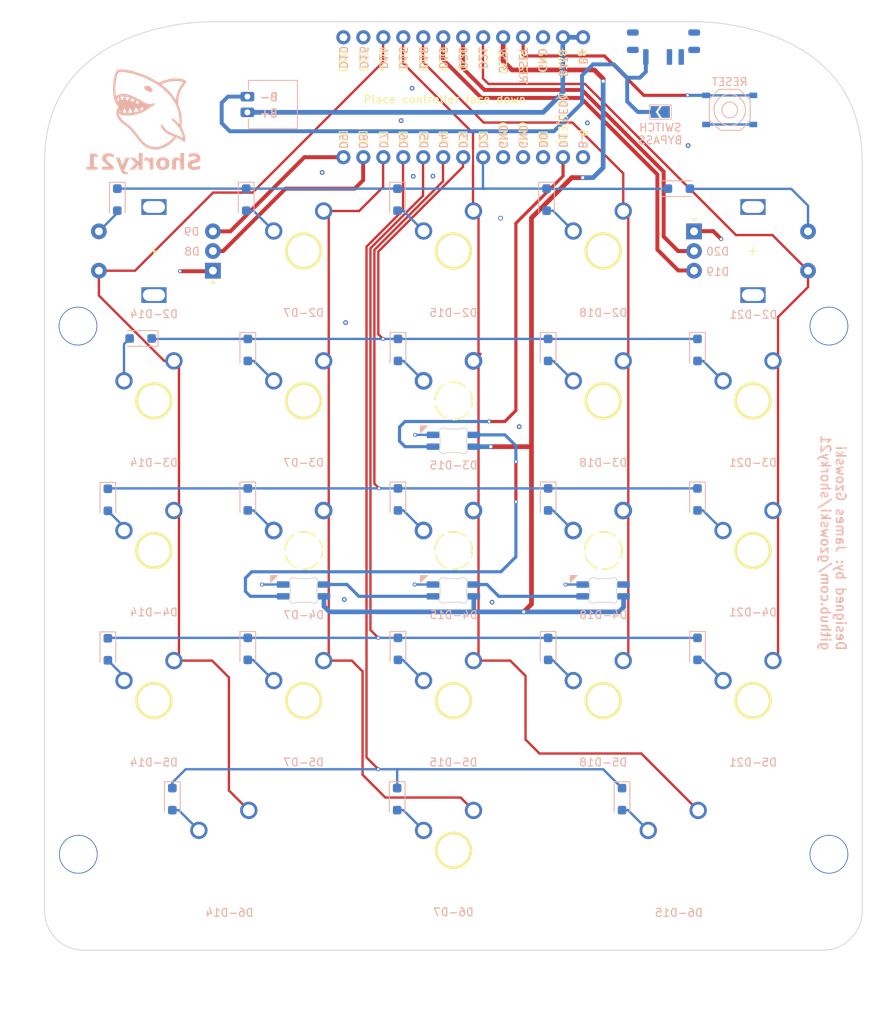
<source format=kicad_pcb>
(kicad_pcb (version 20241229) (generator "pcbnew") (generator_version "9.0")
  (title_block (title "Shorky21") (date "2024-10-05") (rev "1.0") (company "Gzowski.co.uk"))
  (layers (0 "F.Cu" signal) (2 "B.Cu" signal) (13 "F.Paste" user) (15 "B.Paste" user) (5 "F.SilkS" user "F.Silkscreen") (7 "B.SilkS" user "B.Silkscreen") (1 "F.Mask" user) (3 "B.Mask" user) (25 "Edge.Cuts" user))
  (net 0 "")
  (net 1 "GND")
  (net 2 "ROW1")
  (net 3 "ROW2")
  (net 4 "ROW3")
  (net 5 "ROW4")
  (net 6 "COL1")
  (net 7 "COL2")
  (net 8 "COL3")
  (net 9 "COL4")
  (net 10 "COL5")
  (net 11 "d-5")
  (net 12 "BT-")
  (net 13 "d-2")
  (net 14 "LED2")
  (net 15 "LED1")
  (net 16 "ROTA_2")
  (net 17 "ROTA")
  (net 18 "d-1")
  (net 19 "ROTB_2")
  (net 20 "LED3")
  (net 21 "VCC")
  (net 22 "d-3")
  (net 23 "d-4")
  (net 24 "d-8")
  (net 25 "RESET")
  (net 26 "ROTB")
  (net 27 "ROW5")
  (net 28 "LED4")
  (net 29 "d-6")
  (net 30 "d-9")
  (net 31 "d-10")
  (net 32 "d-7")
  (net 33 "d-16")
  (net 34 "d-17")
  (net 35 "BT+")
  (net 36 "d-11")
  (net 37 "d-12")
  (net 38 "d-13")
  (net 39 "d-18")
  (net 40 "d-19")
  (net 41 "d-21")
  (net 42 "d-22")
  (net 43 "d-23")
  (net 44 "d-15")
  (net 45 "d-20")
  (net 46 "d-14")
  (footprint "Button_Switch_Keyboard:SW_Cherry_MX_1.00u_PCB_LABEL" (layer "F.Cu") (at 114.594146 62.829183)
    (property "Reference" "D3-D21" (hide yes))
    (property "Value" "KEYSW")
  )
  (footprint "" (layer "F.Cu") (at 120.510496 125.546485)
    (property "Reference" "")
    (property "Value" "")
  )
  (footprint "Button_Switch_Keyboard:SW_Cherry_MX_1.00u_PCB_LABEL" (layer "F.Cu") (at 76.494146 100.929183)
    (property "Reference" "D5-D15" (hide yes))
    (property "Value" "KEYSW")
  )
  (footprint "Button_Switch_Keyboard:SW_Cherry_MX_1.00u_PCB_LABEL" (layer "F.Cu") (at 38.394146 62.829185)
    (property "Reference" "D3-D14" (hide yes))
    (property "Value" "KEYSW")
  )
  (footprint "Button_Switch_Keyboard:SW_Cherry_MX_2.00u_PCB_none_label" (layer "F.Cu") (at 47.918146 119.961185)
    (property "Reference" "D6-D14" (hide yes))
    (property "Value" "SW_Cherry_MX_2.00u_PCB_none_label")
  )
  (footprint "Button_Switch_Keyboard:SW_Cherry_MX_1.00u_PCB_LED_lines_LED_label" (layer "F.Cu") (at 76.487796 81.851883)
    (property "Reference" "D4-D15" (hide yes))
    (property "Value" "KEYSW" (hide yes))
    (fp_line (start -4.244999 10.857842) (end -4.244999 9.452158) (stroke (width 0.1)) (layer "Edge.Cuts"))
    (fp_line (start -3.339452 8.655) (end -1.750548 8.655) (stroke (width 0.1)) (layer "Edge.Cuts"))
    (fp_line (start -1.750548 11.654999) (end -3.339453 11.654999) (stroke (width 0.1)) (layer "Edge.Cuts"))
    (fp_line (start -0.845001 9.452158) (end -0.845001 10.857842) (stroke (width 0.1)) (layer "Edge.Cuts"))
    (fp_arc (start -4.294484 9.23528) (mid -4.257527 9.340932) (end -4.244999 9.452158) (stroke (width 0.1)) (layer "Edge.Cuts"))
    (fp_arc (start -4.294484 9.235281) (mid -4.183072 8.650965) (end -3.591711 8.586701) (stroke (width 0.1)) (layer "Edge.Cuts"))
    (fp_arc (start -4.244999 10.857843) (mid -4.257527 10.969068) (end -4.294484 11.07472) (stroke (width 0.1)) (layer "Edge.Cuts"))
    (fp_arc (start -3.591711 11.723298) (mid -4.183071 11.659034) (end -4.294484 11.07472) (stroke (width 0.1)) (layer "Edge.Cuts"))
    (fp_arc (start -3.591711 11.723298) (mid -3.470123 11.672376) (end -3.339453 11.654999) (stroke (width 0.1)) (layer "Edge.Cuts"))
    (fp_arc (start -3.339452 8.655) (mid -3.470123 8.637623) (end -3.591711 8.586701) (stroke (width 0.1)) (layer "Edge.Cuts"))
    (fp_arc (start -1.750547 11.655) (mid -1.619877 11.672377) (end -1.498289 11.723299) (stroke (width 0.1)) (layer "Edge.Cuts"))
    (fp_arc (start -1.49829 8.586701) (mid -1.619878 8.637623) (end -1.750548 8.655) (stroke (width 0.1)) (layer "Edge.Cuts"))
    (fp_arc (start -1.498289 8.586703) (mid -0.90693 8.650965) (end -0.795516 9.23528) (stroke (width 0.1)) (layer "Edge.Cuts"))
    (fp_arc (start -0.845001 9.452157) (mid -0.832472 9.340932) (end -0.795516 9.23528) (stroke (width 0.1)) (layer "Edge.Cuts"))
    (fp_arc (start -0.795516 11.07472) (mid -0.906928 11.659037) (end -1.498289 11.723299) (stroke (width 0.1)) (layer "Edge.Cuts"))
    (fp_arc (start -0.795516 11.07472) (mid -0.832481 10.969069) (end -0.845001 10.857842) (stroke (width 0.1)) (layer "Edge.Cuts"))
  )
  (footprint "Button_Switch_Keyboard:SW_Cherry_MX_1.00u_PCB_LABEL" (layer "F.Cu") (at 38.394146 100.929185)
    (property "Reference" "D5-D14" (hide yes))
    (property "Value" "KEYSW")
  )
  (footprint "Button_Switch_Keyboard:SW_Cherry_MX_1.00u_PCB_LABEL" (layer "F.Cu") (at 76.498146 119.971185)
    (property "Reference" "D6-D7" (hide yes))
    (property "Value" "KEYSW")
  )
  (footprint "Button_Switch_Keyboard:SW_Cherry_MX_1.00u_PCB_LABEL" (layer "F.Cu") (at 76.494146 43.779183)
    (property "Reference" "D2-D15" (hide yes))
    (property "Value" "KEYSW")
  )
  (footprint "Button_Switch_Keyboard:SW_Cherry_MX_1.00u_PCB_LABEL" (layer "F.Cu") (at 114.587796 81.851883)
    (property "Reference" "D4-D21" (hide yes))
    (property "Value" "KEYSW")
  )
  (footprint "Rotary_Encoder:RotaryEncoder_Alps_EC11E-Switch_Vertical_H20mm_MX_label2" (layer "F.Cu") (at 104.550496 46.366483)
    (property "Reference" "D2-D21" (hide yes))
    (property "Value" "RotaryEncoder_Alps_EC11E-Switch_Vertical_H20mm_MX_label2" (hide yes))
  )
  (footprint "ClaudeFoot:Pro_Micro_Footprint_CornePME" (layer "F.Cu") (at 73.920496 29.316483 -90)
    (property "Reference" "U1" (hide yes))
    (property "Value" "Universal_Pro_Micro")
  )
  (footprint "Button_Switch_Keyboard:SW_Cherry_MX_1.00u_PCB_LABEL" (layer "F.Cu") (at 95.544146 43.779183)
    (property "Reference" "D2-D18" (hide yes))
    (property "Value" "KEYSW")
  )
  (footprint "Button_Switch_Keyboard:SW_Cherry_MX_1.00u_PCB_LED_lines_LED_label" (layer "F.Cu") (at 57.431446 81.851885)
    (property "Reference" "D4-D7" (hide yes))
    (property "Value" "KEYSW" (hide yes))
    (fp_line (start -4.244999 10.857842) (end -4.244999 9.452158) (stroke (width 0.1)) (layer "Edge.Cuts"))
    (fp_line (start -3.339452 8.655) (end -1.750548 8.655) (stroke (width 0.1)) (layer "Edge.Cuts"))
    (fp_line (start -1.750548 11.654999) (end -3.339453 11.654999) (stroke (width 0.1)) (layer "Edge.Cuts"))
    (fp_line (start -0.845001 9.452158) (end -0.845001 10.857842) (stroke (width 0.1)) (layer "Edge.Cuts"))
    (fp_arc (start -4.294484 9.23528) (mid -4.257527 9.340932) (end -4.244999 9.452158) (stroke (width 0.1)) (layer "Edge.Cuts"))
    (fp_arc (start -4.294484 9.235281) (mid -4.183072 8.650965) (end -3.591711 8.586701) (stroke (width 0.1)) (layer "Edge.Cuts"))
    (fp_arc (start -4.244999 10.857843) (mid -4.257527 10.969068) (end -4.294484 11.07472) (stroke (width 0.1)) (layer "Edge.Cuts"))
    (fp_arc (start -3.591711 11.723298) (mid -4.183071 11.659034) (end -4.294484 11.07472) (stroke (width 0.1)) (layer "Edge.Cuts"))
    (fp_arc (start -3.591711 11.723298) (mid -3.470123 11.672376) (end -3.339453 11.654999) (stroke (width 0.1)) (layer "Edge.Cuts"))
    (fp_arc (start -3.339452 8.655) (mid -3.470123 8.637623) (end -3.591711 8.586701) (stroke (width 0.1)) (layer "Edge.Cuts"))
    (fp_arc (start -1.750547 11.655) (mid -1.619877 11.672377) (end -1.498289 11.723299) (stroke (width 0.1)) (layer "Edge.Cuts"))
    (fp_arc (start -1.49829 8.586701) (mid -1.619878 8.637623) (end -1.750548 8.655) (stroke (width 0.1)) (layer "Edge.Cuts"))
    (fp_arc (start -1.498289 8.586703) (mid -0.90693 8.650965) (end -0.795516 9.23528) (stroke (width 0.1)) (layer "Edge.Cuts"))
    (fp_arc (start -0.845001 9.452157) (mid -0.832472 9.340932) (end -0.795516 9.23528) (stroke (width 0.1)) (layer "Edge.Cuts"))
    (fp_arc (start -0.795516 11.07472) (mid -0.906928 11.659037) (end -1.498289 11.723299) (stroke (width 0.1)) (layer "Edge.Cuts"))
    (fp_arc (start -0.795516 11.07472) (mid -0.832481 10.969069) (end -0.845001 10.857842) (stroke (width 0.1)) (layer "Edge.Cuts"))
  )
  (footprint "Button_Switch_Keyboard:SW_Cherry_MX_1.00u_PCB_LABEL" (layer "F.Cu") (at 38.387796 81.851885)
    (property "Reference" "D4-D14" (hide yes))
    (property "Value" "KEYSW")
  )
  (footprint "Button_Switch_Keyboard:SW_Cherry_MX_1.00u_PCB_LABEL" (layer "F.Cu") (at 57.437796 43.779185)
    (property "Reference" "D2-D7" (hide yes))
    (property "Value" "KEYSW")
  )
  (footprint "Button_Switch_Keyboard:SW_Cherry_MX_1.00u_PCB_LED_lines_LED_label" (layer "F.Cu") (at 76.494146 62.829183)
    (property "Reference" "D3-D15" (hide yes))
    (property "Value" "KEYSW" (hide yes))
    (fp_line (start -4.244999 10.857842) (end -4.244999 9.452158) (stroke (width 0.1)) (layer "Edge.Cuts"))
    (fp_line (start -3.339452 8.655) (end -1.750548 8.655) (stroke (width 0.1)) (layer "Edge.Cuts"))
    (fp_line (start -1.750548 11.654999) (end -3.339453 11.654999) (stroke (width 0.1)) (layer "Edge.Cuts"))
    (fp_line (start -0.845001 9.452158) (end -0.845001 10.857842) (stroke (width 0.1)) (layer "Edge.Cuts"))
    (fp_arc (start -4.294484 9.23528) (mid -4.257527 9.340932) (end -4.244999 9.452158) (stroke (width 0.1)) (layer "Edge.Cuts"))
    (fp_arc (start -4.294484 9.235281) (mid -4.183072 8.650965) (end -3.591711 8.586701) (stroke (width 0.1)) (layer "Edge.Cuts"))
    (fp_arc (start -4.244999 10.857843) (mid -4.257527 10.969068) (end -4.294484 11.07472) (stroke (width 0.1)) (layer "Edge.Cuts"))
    (fp_arc (start -3.591711 11.723298) (mid -4.183071 11.659034) (end -4.294484 11.07472) (stroke (width 0.1)) (layer "Edge.Cuts"))
    (fp_arc (start -3.591711 11.723298) (mid -3.470123 11.672376) (end -3.339453 11.654999) (stroke (width 0.1)) (layer "Edge.Cuts"))
    (fp_arc (start -3.339452 8.655) (mid -3.470123 8.637623) (end -3.591711 8.586701) (stroke (width 0.1)) (layer "Edge.Cuts"))
    (fp_arc (start -1.750547 11.655) (mid -1.619877 11.672377) (end -1.498289 11.723299) (stroke (width 0.1)) (layer "Edge.Cuts"))
    (fp_arc (start -1.49829 8.586701) (mid -1.619878 8.637623) (end -1.750548 8.655) (stroke (width 0.1)) (layer "Edge.Cuts"))
    (fp_arc (start -1.498289 8.586703) (mid -0.90693 8.650965) (end -0.795516 9.23528) (stroke (width 0.1)) (layer "Edge.Cuts"))
    (fp_arc (start -0.845001 9.452157) (mid -0.832472 9.340932) (end -0.795516 9.23528) (stroke (width 0.1)) (layer "Edge.Cuts"))
    (fp_arc (start -0.795516 11.07472) (mid -0.906928 11.659037) (end -1.498289 11.723299) (stroke (width 0.1)) (layer "Edge.Cuts"))
    (fp_arc (start -0.795516 11.07472) (mid -0.832481 10.969069) (end -0.845001 10.857842) (stroke (width 0.1)) (layer "Edge.Cuts"))
  )
  (footprint "" (layer "F.Cu") (at 120.510496 58.406483)
    (property "Reference" "")
    (property "Value" "")
  )
  (footprint "Button_Switch_Keyboard:SW_Cherry_MX_1.00u_PCB_LABEL" (layer "F.Cu") (at 114.594146 100.929183)
    (property "Reference" "D5-D21" (hide yes))
    (property "Value" "KEYSW")
  )
  (footprint "Button_Switch_Keyboard:SW_Cherry_MX_1.00u_PCB_LABEL" (layer "F.Cu") (at 57.437796 62.829185)
    (property "Reference" "D3-D7" (hide yes))
    (property "Value" "KEYSW")
  )
  (footprint "Button_Switch_Keyboard:SW_Cherry_MX_1.00u_PCB_LABEL" (layer "F.Cu") (at 95.544146 62.829183)
    (property "Reference" "D3-D18" (hide yes))
    (property "Value" "KEYSW")
  )
  (footprint "" (layer "F.Cu") (at 27.430496 125.546483)
    (property "Reference" "")
    (property "Value" "")
  )
  (footprint "Rotary_Encoder:RotaryEncoder_Alps_EC11E-Switch_Vertical_H20mm_MX_label2" (layer "F.Cu") (at 43.350496 51.366483 180)
    (property "Reference" "D2-D14" (hide yes))
    (property "Value" "RotaryEncoder_Alps_EC11E-Switch_Vertical_H20mm_MX_label2" (hide yes))
  )
  (footprint "" (layer "F.Cu") (at 27.390496 58.406481)
    (property "Reference" "")
    (property "Value" "")
  )
  (footprint "Button_Switch_Keyboard:SW_Cherry_MX_2.00u_PCB_none_label" (layer "F.Cu") (at 105.078146 119.971185)
    (property "Reference" "D6-D15" (hide yes))
    (property "Value" "SW_Cherry_MX_2.00u_PCB_none_label")
  )
  (footprint "Button_Switch_Keyboard:SW_Cherry_MX_1.00u_PCB_LABEL" (layer "F.Cu") (at 57.437796 100.929185)
    (property "Reference" "D5-D7" (hide yes))
    (property "Value" "KEYSW")
  )
  (footprint "Button_Switch_Keyboard:SW_Cherry_MX_1.00u_PCB_LABEL" (layer "F.Cu") (at 95.544146 100.929183)
    (property "Reference" "D5-D18" (hide yes))
    (property "Value" "KEYSW")
  )
  (footprint "Button_Switch_Keyboard:SW_Cherry_MX_1.00u_PCB_LED_lines_LED_label" (layer "F.Cu") (at 95.537796 81.851883)
    (property "Reference" "D4-D18" (hide yes))
    (property "Value" "KEYSW" (hide yes))
    (fp_line (start -4.244999 10.857842) (end -4.244999 9.452158) (stroke (width 0.1)) (layer "Edge.Cuts"))
    (fp_line (start -3.339452 8.655) (end -1.750548 8.655) (stroke (width 0.1)) (layer "Edge.Cuts"))
    (fp_line (start -1.750548 11.654999) (end -3.339453 11.654999) (stroke (width 0.1)) (layer "Edge.Cuts"))
    (fp_line (start -0.845001 9.452158) (end -0.845001 10.857842) (stroke (width 0.1)) (layer "Edge.Cuts"))
    (fp_arc (start -4.294484 9.23528) (mid -4.257527 9.340932) (end -4.244999 9.452158) (stroke (width 0.1)) (layer "Edge.Cuts"))
    (fp_arc (start -4.294484 9.235281) (mid -4.183072 8.650965) (end -3.591711 8.586701) (stroke (width 0.1)) (layer "Edge.Cuts"))
    (fp_arc (start -4.244999 10.857843) (mid -4.257527 10.969068) (end -4.294484 11.07472) (stroke (width 0.1)) (layer "Edge.Cuts"))
    (fp_arc (start -3.591711 11.723298) (mid -4.183071 11.659034) (end -4.294484 11.07472) (stroke (width 0.1)) (layer "Edge.Cuts"))
    (fp_arc (start -3.591711 11.723298) (mid -3.470123 11.672376) (end -3.339453 11.654999) (stroke (width 0.1)) (layer "Edge.Cuts"))
    (fp_arc (start -3.339452 8.655) (mid -3.470123 8.637623) (end -3.591711 8.586701) (stroke (width 0.1)) (layer "Edge.Cuts"))
    (fp_arc (start -1.750547 11.655) (mid -1.619877 11.672377) (end -1.498289 11.723299) (stroke (width 0.1)) (layer "Edge.Cuts"))
    (fp_arc (start -1.49829 8.586701) (mid -1.619878 8.637623) (end -1.750548 8.655) (stroke (width 0.1)) (layer "Edge.Cuts"))
    (fp_arc (start -1.498289 8.586703) (mid -0.90693 8.650965) (end -0.795516 9.23528) (stroke (width 0.1)) (layer "Edge.Cuts"))
    (fp_arc (start -0.845001 9.452157) (mid -0.832472 9.340932) (end -0.795516 9.23528) (stroke (width 0.1)) (layer "Edge.Cuts"))
    (fp_arc (start -0.795516 11.07472) (mid -0.906928 11.659037) (end -1.498289 11.723299) (stroke (width 0.1)) (layer "Edge.Cuts"))
    (fp_arc (start -0.795516 11.07472) (mid -0.832481 10.969069) (end -0.845001 10.857842) (stroke (width 0.1)) (layer "Edge.Cuts"))
  )
  (footprint "Diode_SMD:D_SOD-123F" (layer "B.Cu") (at 66.833496 42.339483 -90)
    (property "Reference" "SD9" (hide yes))
    (property "Value" "1N4148W")
  )
  (footprint "Diode_SMD:D_SOD-123F" (layer "B.Cu") (at 66.790496 118.536483 -90)
    (property "Reference" "SD9" (hide yes))
    (property "Value" "1N4148W")
  )
  (footprint "Diode_SMD:D_SOD-123F" (layer "B.Cu") (at 104.990496 99.436483 -90)
    (property "Reference" "SD9" (hide yes))
    (property "Value" "1N4148W")
  )
  (footprint "Symbol:PTS526" (layer "B.Cu") (at 109.092996 30.928483 180)
    (property "Reference" "RESET")
    (property "Value" "PTS526")
  )
  (footprint "Diode_SMD:D_SOD-123F" (layer "B.Cu") (at 85.990496 99.436483 -90)
    (property "Reference" "SD9" (hide yes))
    (property "Value" "1N4148W")
  )
  (footprint "Diode_SMD:D_SOD-123F" (layer "B.Cu") (at 85.790496 42.336483 -90)
    (property "Reference" "SD9" (hide yes))
    (property "Value" "1N4148W")
  )
  (footprint "Diode_SMD:D_SOD-123F" (layer "B.Cu") (at 102.626996 40.937483)
    (property "Reference" "SD9" (hide yes))
    (property "Value" "1N4148W")
  )
  (footprint "Diode_SMD:D_SOD-123F" (layer "B.Cu") (at 85.990496 61.436483 -90)
    (property "Reference" "SD9" (hide yes))
    (property "Value" "1N4148W")
  )
  (footprint "Diode_SMD:D_SOD-123F" (layer "B.Cu") (at 29.990496 99.486483 -90)
    (property "Reference" "SD9" (hide yes))
    (property "Value" "1N4148W")
  )
  (footprint "Diode_SMD:D_SOD-123F" (layer "B.Cu") (at 104.990496 61.436483 -90)
    (property "Reference" "SD9" (hide yes))
    (property "Value" "1N4148W")
  )
  (footprint "Diode_SMD:D_SOD-123F" (layer "B.Cu") (at 34.160996 59.979483 180)
    (property "Reference" "SD9" (hide yes))
    (property "Value" "1N4148W")
  )
  (footprint "Diode_SMD:D_SOD-123F" (layer "B.Cu") (at 31.190496 42.336483 -90)
    (property "Reference" "SD9" (hide yes))
    (property "Value" "1N4148W" (hide yes))
  )
  (footprint "Diode_SMD:D_SOD-123F" (layer "B.Cu") (at 104.990496 80.436483 -90)
    (property "Reference" "SD9" (hide yes))
    (property "Value" "1N4148W")
  )
  (footprint "ClaudeFoot:MSK-12C02 Toggle Switch" (layer "B.Cu") (at 100.67 22.52)
    (property "Reference" "SW43" (hide yes))
    (property "Value" "PCM12SMTR")
  )
  (footprint "Diode_SMD:D_SOD-123F" (layer "B.Cu") (at 47.590496 42.336483 -90)
    (property "Reference" "SD9" (hide yes))
    (property "Value" "1N4148W")
  )
  (footprint "Diode_SMD:D_SOD-123F" (layer "B.Cu") (at 66.890496 61.436483 -90)
    (property "Reference" "SD9" (hide yes))
    (property "Value" "1N4148W")
  )
  (footprint "Diode_SMD:D_SOD-123F" (layer "B.Cu") (at 47.790496 80.436483 -90)
    (property "Reference" "SD9" (hide yes))
    (property "Value" "1N4148W")
  )
  (footprint "Diode_SMD:D_SOD-123F" (layer "B.Cu") (at 66.890496 80.436483 -90)
    (property "Reference" "SD9" (hide yes))
    (property "Value" "1N4148W")
  )
  (footprint "Diode_SMD:D_SOD-123F" (layer "B.Cu") (at 47.790496 99.436483 -90)
    (property "Reference" "SD9" (hide yes))
    (property "Value" "1N4148W")
  )
  (footprint "" (layer "B.Cu") (at 99.52 31.19)
    (property "Reference" "")
    (property "Value" "")
  )
  (footprint "Diode_SMD:D_SOD-123F" (layer "B.Cu") (at 95.390496 118.536483 -90)
    (property "Reference" "SD9" (hide yes))
    (property "Value" "1N4148W")
  )
  (footprint "Diode_SMD:D_SOD-123F" (layer "B.Cu") (at 66.890496 99.436483 -90)
    (property "Reference" "SD9" (hide yes))
    (property "Value" "1N4148W")
  )
  (footprint "ClaudeFoot:PH_S2B-PH2-K_1x02_P2.00mm_Horizontal" (layer "B.Cu") (at 47.740496 30.236483 -90)
    (property "Reference" "J2" (hide yes))
    (property "Value" "Conn_01x02_Socket")
  )
  (footprint "Diode_SMD:D_SOD-123F" (layer "B.Cu") (at 85.990496 80.436483 -90)
    (property "Reference" "SD9" (hide yes))
    (property "Value" "1N4148W")
  )
  (footprint "Diode_SMD:D_SOD-123F" (layer "B.Cu") (at 29.990496 80.486483 -90)
    (property "Reference" "SD9" (hide yes))
    (property "Value" "1N4148W")
  )
  (footprint "" (layer "B.Cu") (at 100.970001 31.190001)
    (property "Reference" "")
    (property "Value" "")
  )
  (footprint "Diode_SMD:D_SOD-123F" (layer "B.Cu") (at 38.190496 118.536483 -90)
    (property "Reference" "SD9" (hide yes))
    (property "Value" "1N4148W")
  )
  (footprint "Diode_SMD:D_SOD-123F" (layer "B.Cu") (at 47.790496 61.436483 -90)
    (property "Reference" "SD9" (hide yes))
    (property "Value" "1N4148W")
  )
  (footprint "LOGO" (layer "B.Cu") (at 35.276996 30.787483 180)
    (property "Reference" "G***" (hide yes))
    (property "Value" "LOGO" (hide yes))
  )
  (gr_rect (start 98.880001 30.280001) (end 101.660001 32.120001) (stroke (width 0.1)) (fill no) (layer "B.SilkS"))
  (gr_curve (pts (xy 21.940496 37.506483) (xy 21.940496 19.736483) (xy 42.540496 19.736483) (xy 42.540496 19.736483)) (stroke (width 0.1)) (layer "Edge.Cuts"))
  (gr_line (start 125.940496 132.736483) (end 125.940496 37.506483) (stroke (width 0.1)) (layer "Edge.Cuts"))
  (gr_line (start 120.940496 137.736483) (end 26.940496 137.736483) (stroke (width 0.1)) (layer "Edge.Cuts"))
  (gr_line (start 42.540496 19.736483) (end 105.340496 19.736483) (stroke (width 0.1)) (layer "Edge.Cuts"))
  (gr_line (start 21.940496 132.736483) (end 21.940496 37.506483) (stroke (width 0.1)) (layer "Edge.Cuts"))
  (gr_arc (start 125.940496 132.736483) (mid 124.47603 136.272017) (end 120.940496 137.736483) (stroke (width 0.1)) (layer "Edge.Cuts"))
  (gr_arc (start 26.940496 137.736483) (mid 23.404962 136.272017) (end 21.940496 132.736483) (stroke (width 0.1)) (layer "Edge.Cuts"))
  (gr_curve (pts (xy 125.940496 37.506483) (xy 125.940496 19.736483) (xy 105.340496 19.736483) (xy 105.340496 19.736483)) (stroke (width 0.1)) (layer "Edge.Cuts"))
  (gr_curve (pts (xy 61.479599 147.110785) (xy 61.479599 147.110785) (xy 61.479599 147.110785) (xy 61.479599 147.110785)) (stroke (width 0.05)) (layer "Edge.Cuts"))
  (gr_curve (pts (xy 120.058151 144.351787) (xy 120.058151 144.351787) (xy 120.058151 144.351787) (xy 120.058151 144.351787)) (stroke (width 0.05)) (layer "Edge.Cuts"))
  (gr_text "D16" (at 61.920496 23.116483 270) (layer "F.SilkS") (effects (font (size 1 1)) (justify left bottom)))
  (gr_text "D10\n" (at 59.320496 23.116483 270) (layer "F.SilkS") (effects (font (size 1 1)) (justify left bottom)))
  (gr_text "D9" (at 59.320496 35.516483 270) (layer "F.SilkS") (effects (font (size 1 1)) (justify right bottom)))
  (gr_text "B-" (at 89.836996 34.484483 270) (layer "F.SilkS") (effects (font (size 1 1)) (justify bottom)))
  (gr_text "D8" (at 61.820496 35.516483 270) (layer "F.SilkS") (effects (font (size 1 1)) (justify right bottom)))
  (gr_text "Place controller face down" (at 62.404996 30.166483 0) (layer "F.SilkS") (effects (font (size 1 1)) (justify left bottom)))
  (gr_text "D1 (LED)" (at 87.296996 28.896483 -90) (layer "B.SilkS") (effects (font (size 1 1)) (justify right bottom mirror)))
  (gr_text "D9" (at 41.726996 46.987483 0) (layer "B.SilkS") (effects (font (size 1 1)) (justify left bottom mirror)))
  (gr_text "BAT+" (at 87.296996 26.864483 -90) (layer "B.SilkS") (effects (font (size 1 1)) (justify left bottom mirror)))
  (gr_text "D8" (at 41.776996 49.512483 0) (layer "B.SilkS") (effects (font (size 1 1)) (justify left bottom mirror)))
  (gr_text "D0" (at 84.753496 33.722483 -90) (layer "B.SilkS") (effects (font (size 1 1)) (justify right bottom mirror)))
  (gr_text "D8" (at 61.853496 33.839483 -90) (layer "B.SilkS") (effects (font (size 1 1)) (justify right bottom mirror)))
  (gr_text "B-" (at 89.783496 34.738483 -90) (layer "B.SilkS") (effects (font (size 1 1)) (justify bottom mirror)))
  (gr_text "B+" (at 89.836996 24.070483 -90) (layer "B.SilkS") (effects (font (size 1 1)) (justify bottom mirror)))
  (gr_text "Designed by: James Gzowski\ngithub.com/gzowski/shorky21" (at 120.583496 99.769483 270) (layer "B.SilkS") (effects (font (size 1.2 1.2) (thickness 0.2) (bold yes)) (justify left bottom mirror)))
  (gr_text "D5" (at 69.553496 33.789483 -90) (layer "B.SilkS") (effects (font (size 1 1)) (justify right bottom mirror)))
  (gr_text "D10\n" (at 59.353496 25.798483 -90) (layer "B.SilkS") (effects (font (size 1 1)) (justify left bottom mirror)))
  (gr_text "D4" (at 72.053496 33.789483 -90) (layer "B.SilkS") (effects (font (size 1 1)) (justify right bottom mirror)))
  (gr_text "B+" (at 50.466996 31.944483 0) (layer "B.SilkS") (effects (font (size 1 1) (thickness 0.2) (bold yes)) (justify bottom mirror)))
  (gr_text "GND" (at 79.676996 32.706483 -90) (layer "B.SilkS") (effects (font (size 1 1)) (justify right bottom mirror)))
  (gr_text "D2" (at 77.153496 33.789483 -90) (layer "B.SilkS") (effects (font (size 1 1)) (justify right bottom mirror)))
  (gr_text "D15" (at 66.953496 25.848483 -90) (layer "B.SilkS") (effects (font (size 1 1)) (justify left bottom mirror)))
  (gr_text "Shorky21" (at 41.951996 38.862483 0) (layer "B.SilkS") (effects (font (size 2 2)) (justify left bottom mirror)))
  (gr_text "D9" (at 59.353496 33.839483 -90) (layer "B.SilkS") (effects (font (size 1 1)) (justify right bottom mirror)))
  (gr_text "D14" (at 64.453496 25.848483 -90) (layer "B.SilkS") (effects (font (size 1 1)) (justify left bottom mirror)))
  (gr_text "D18" (at 69.553496 25.848483 -90) (layer "B.SilkS") (effects (font (size 1 1)) (justify left bottom mirror)))
  (gr_text "D3" (at 74.553496 33.789483 -90) (layer "B.SilkS") (effects (font (size 1 1)) (justify right bottom mirror)))
  (gr_text "D16" (at 61.953496 25.798483 -90) (layer "B.SilkS") (effects (font (size 1 1)) (justify left bottom mirror)))
  (gr_text "D20" (at 109.101996 49.512483 0) (layer "B.SilkS") (effects (font (size 1 1)) (justify left bottom mirror)))
  (gr_text "D19" (at 72.053496 25.848483 -90) (layer "B.SilkS") (effects (font (size 1 1)) (justify left bottom mirror)))
  (gr_text "GND" (at 84.673496 26.209483 -90) (layer "B.SilkS") (effects (font (size 1 1)) (justify left bottom mirror)))
  (gr_text "D19" (at 109.126996 52.087483 0) (layer "B.SilkS") (effects (font (size 1 1)) (justify left bottom mirror)))
  (gr_text "D6" (at 66.953496 33.789483 -90) (layer "B.SilkS") (effects (font (size 1 1)) (justify right bottom mirror)))
  (gr_text "SWITCH\nBYPASS" (at 100.26 35.37 0) (layer "B.SilkS") (effects (font (size 1 1)) (justify bottom mirror)))
  (gr_text "3.3V" (at 79.653496 26.356483 -90) (layer "B.SilkS") (effects (font (size 1 1)) (justify left bottom mirror)))
  (gr_text "RESET" (at 82.216996 27.626483 -90) (layer "B.SilkS") (effects (font (size 1 1)) (justify left bottom mirror)))
  (gr_text "GND" (at 82.216996 32.706483 -90) (layer "B.SilkS") (effects (font (size 1 1)) (justify right bottom mirror)))
  (gr_text "D21" (at 77.093496 25.848483 -90) (layer "B.SilkS") (effects (font (size 1 1)) (justify left bottom mirror)))
  (gr_text "D7" (at 64.453496 33.789483 -90) (layer "B.SilkS") (effects (font (size 1 1)) (justify right bottom mirror)))
  (gr_text "D20" (at 74.553496 25.848483 -90) (layer "B.SilkS") (effects (font (size 1 1)) (justify left bottom mirror)))
  (segment (start 43.280496 51.436483) (end 39.190496 51.436483) (width 0.5) (layer "F.Cu") (net 1))
  (segment (start 82.780496 37.246483) (end 82.780496 36.966483) (width 0.5) (layer "F.Cu") (net 1))
  (segment (start 104.580496 46.336483) (end 104.550496 46.366483) (width 0.5) (layer "F.Cu") (net 1))
  (segment (start 106.990496 46.336483) (end 104.580496 46.336483) (width 0.5) (layer "F.Cu") (net 1))
  (segment (start 82.780496 36.966483) (end 82.810496 36.936483) (width 0.5) (layer "F.Cu") (net 1))
  (segment (start 43.350496 51.366483) (end 43.280496 51.436483) (width 0.5) (layer "F.Cu") (net 1))
  (segment (start 107.996746 47.342733) (end 106.990496 46.336483) (width 0.5) (layer "F.Cu") (net 1))
  (via (at 78.863496 93.509483) (size 0.6) (drill 0.3) (layers "F.Cu" "B.Cu") (net 1))
  (via (at 67.3 32.29) (size 0.6) (drill 0.3) (layers "F.Cu" "B.Cu") (net 1))
  (via (at 57.243496 38.879483) (size 0.6) (drill 0.3) (layers "F.Cu" "B.Cu") (net 1))
  (via (at 49.590496 91.256885) (size 0.5) (drill 0.3) (layers "F.Cu" "B.Cu") (net 1))
  (via (at 107.996746 47.342733) (size 0.5) (drill 0.3) (layers "F.Cu" "B.Cu") (net 1))
  (via (at 71.333496 39.339483) (size 0.6) (drill 0.3) (layers "F.Cu" "B.Cu") (net 1))
  (via (at 69.010896 91.256883) (size 0.5) (drill 0.3) (layers "F.Cu" "B.Cu") (net 1))
  (via (at 60.063496 93.159483) (size 0.6) (drill 0.3) (layers "F.Cu" "B.Cu") (net 1))
  (via (at 90.99 32.58) (size 0.6) (drill 0.3) (layers "F.Cu" "B.Cu") (net 1))
  (via (at 88.210896 91.256883) (size 0.5) (drill 0.3) (layers "F.Cu" "B.Cu") (net 1))
  (via (at 60.226996 57.962483) (size 0.6) (drill 0.3) (layers "F.Cu" "B.Cu") (net 1))
  (via (at 68.833496 39.369483) (size 0.6) (drill 0.3) (layers "F.Cu" "B.Cu") (net 1))
  (via (at 39.190496 51.436483) (size 0.5) (drill 0.3) (layers "F.Cu" "B.Cu") (net 1))
  (via (at 82.313496 71.189483) (size 0.6) (drill 0.3) (layers "F.Cu" "B.Cu") (net 1))
  (via (at 68.693496 28.169483) (size 0.6) (drill 0.3) (layers "F.Cu" "B.Cu") (net 1))
  (via (at 69.090496 72.236483) (size 0.5) (drill 0.3) (layers "F.Cu" "B.Cu") (net 1))
  (via (at 103.8 35.46) (size 0.6) (drill 0.3) (layers "F.Cu" "B.Cu") (net 1))
  (via (at 79.940496 44.686483) (size 0.6) (drill 0.4) (layers "F.Cu" "B.Cu") (net 1))
  (segment (start 90.400496 36.906483) (end 90.430496 36.936483) (width 0.5) (layer "B.Cu") (net 1))
  (segment (start 68.990496 91.236483) (end 69.010896 91.256883) (width 0.3) (layer "B.Cu") (net 1))
  (segment (start 90.392796 91.256883) (end 88.210896 91.256883) (width 0.3) (layer "B.Cu") (net 1))
  (segment (start 71.349146 72.234183) (end 69.092796 72.234183) (width 0.3) (layer "B.Cu") (net 1))
  (segment (start 112.092996 32.778483) (end 106.092996 32.778483) (width 0.3) (layer "B.Cu") (net 1))
  (segment (start 71.342796 91.256883) (end 69.010896 91.256883) (width 0.3) (layer "B.Cu") (net 1))
  (segment (start 52.286446 91.256885) (end 49.590496 91.256885) (width 0.3) (layer "B.Cu") (net 1))
  (segment (start 69.092796 72.234183) (end 69.090496 72.236483) (width 0.3) (layer "B.Cu") (net 1))
  (segment (start 88.190496 91.236483) (end 88.210896 91.256883) (width 0.3) (layer "B.Cu") (net 1))
  (segment (start 49.490496 91.236483) (end 49.510898 91.256885) (width 0.3) (layer "B.Cu") (net 1))
  (segment (start 85.350496 21.696483) (end 85.320496 21.726483) (width 0.5) (layer "B.Cu") (net 1))
  (segment (start 49.590496 91.256885) (end 49.510898 91.256885) (width 0.3) (layer "B.Cu") (net 1))
  (segment (start 31.190496 40.936483) (end 31.490496 40.636483) (width 0.3) (layer "B.Cu") (net 2))
  (segment (start 85.890496 41.036483) (end 85.790496 40.936483) (width 0.2) (layer "B.Cu") (net 2))
  (segment (start 77.690496 40.936483) (end 77.890496 40.936483) (width 0.3) (layer "B.Cu") (net 2))
  (segment (start 66.833496 40.939483) (end 77.887496 40.939483) (width 0.3) (layer "B.Cu") (net 2))
  (segment (start 85.964496 40.962483) (end 85.890496 41.036483) (width 0.3) (layer "B.Cu") (net 2))
  (segment (start 77.887496 40.939483) (end 77.890496 40.936483) (width 0.3) (layer "B.Cu") (net 2))
  (segment (start 77.730496 36.936483) (end 77.700496 36.966483) (width 0.3) (layer "B.Cu") (net 2))
  (segment (start 77.700496 36.966483) (end 77.700496 40.926483) (width 0.3) (layer "B.Cu") (net 2))
  (segment (start 77.700496 40.926483) (end 77.690496 40.936483) (width 0.3) (layer "B.Cu") (net 2))
  (segment (start 100.790496 40.936483) (end 100.940496 41.086483) (width 0.3) (layer "B.Cu") (net 2))
  (segment (start 101.240496 41.036483) (end 101.166496 40.962483) (width 0.3) (layer "B.Cu") (net 2))
  (segment (start 31.190496 40.936483) (end 47.590496 40.936483) (width 0.3) (layer "B.Cu") (net 2))
  (segment (start 64.393496 40.939483) (end 66.833496 40.939483) (width 0.3) (layer "B.Cu") (net 2))
  (segment (start 47.590496 40.936483) (end 64.390496 40.936483) (width 0.3) (layer "B.Cu") (net 2))
  (segment (start 101.166496 40.962483) (end 85.964496 40.962483) (width 0.3) (layer "B.Cu") (net 2))
  (segment (start 77.890496 40.936483) (end 85.790496 40.936483) (width 0.3) (layer "B.Cu") (net 2))
  (segment (start 31.490496 40.636483) (end 31.590496 40.636483) (width 0.3) (layer "B.Cu") (net 2))
  (segment (start 64.390496 40.936483) (end 64.393496 40.939483) (width 0.3) (layer "B.Cu") (net 2))
  (segment (start 75.160496 38.166483) (end 64.393496 48.933483) (width 0.3) (layer "F.Cu") (net 3))
  (segment (start 64.393496 59.439483) (end 64.990496 60.036483) (width 0.3) (layer "F.Cu") (net 3))
  (segment (start 75.160496 36.966483) (end 75.160496 38.166483) (width 0.3) (layer "F.Cu") (net 3))
  (segment (start 75.190496 36.936483) (end 75.160496 36.966483) (width 0.3) (layer "F.Cu") (net 3))
  (segment (start 64.393496 48.933483) (end 64.393496 59.439483) (width 0.3) (layer "F.Cu") (net 3))
  (via (at 64.990496 60.036483) (size 0.5) (drill 0.3) (layers "F.Cu" "B.Cu") (net 3))
  (segment (start 47.790496 60.036483) (end 66.890496 60.036483) (width 0.3) (layer "B.Cu") (net 3))
  (segment (start 47.790496 60.036483) (end 35.617996 60.036483) (width 0.3) (layer "B.Cu") (net 3))
  (segment (start 66.890496 60.036483) (end 85.990496 60.036483) (width 0.3) (layer "B.Cu") (net 3))
  (segment (start 35.617996 60.036483) (end 35.560996 59.979483) (width 0.3) (layer "B.Cu") (net 3))
  (segment (start 85.990496 60.036483) (end 104.990496 60.036483) (width 0.3) (layer "B.Cu") (net 3))
  (segment (start 63.892496 48.725963) (end 63.892496 78.438483) (width 0.3) (layer "F.Cu") (net 4))
  (segment (start 72.650496 36.936483) (end 72.620496 36.966483) (width 0.3) (layer "F.Cu") (net 4))
  (segment (start 72.620496 36.966483) (end 72.620496 39.997963) (width 0.3) (layer "F.Cu") (net 4))
  (segment (start 63.892496 78.438483) (end 64.490496 79.036483) (width 0.3) (layer "F.Cu") (net 4))
  (segment (start 72.620496 39.997963) (end 63.892496 48.725963) (width 0.3) (layer "F.Cu") (net 4))
  (via (at 64.490496 79.036483) (size 0.5) (drill 0.3) (layers "F.Cu" "B.Cu") (net 4))
  (segment (start 104.990496 79.036483) (end 85.990496 79.036483) (width 0.3) (layer "B.Cu") (net 4))
  (segment (start 66.890496 79.036483) (end 47.790496 79.036483) (width 0.3) (layer "B.Cu") (net 4))
  (segment (start 30.040496 79.036483) (end 29.990496 79.086483) (width 0.3) (layer "B.Cu") (net 4))
  (segment (start 47.790496 79.036483) (end 30.040496 79.036483) (width 0.3) (layer "B.Cu") (net 4))
  (segment (start 85.990496 79.036483) (end 66.890496 79.036483) (width 0.3) (layer "B.Cu") (net 4))
  (segment (start 63.391496 97.037483) (end 64.390496 98.036483) (width 0.3) (layer "F.Cu") (net 5))
  (segment (start 70.080496 41.829443) (end 63.391496 48.518443) (width 0.3) (layer "F.Cu") (net 5))
  (segment (start 63.391496 48.518443) (end 63.391496 97.037483) (width 0.3) (layer "F.Cu") (net 5))
  (segment (start 70.080496 37.756483) (end 70.080496 41.829443) (width 0.3) (layer "F.Cu") (net 5))
  (via (at 64.390496 98.036483) (size 0.5) (drill 0.3) (layers "F.Cu" "B.Cu") (net 5))
  (segment (start 64.390496 98.036483) (end 66.890496 98.036483) (width 0.3) (layer "B.Cu") (net 5))
  (segment (start 30.040496 98.036483) (end 29.990496 98.086483) (width 0.3) (layer "B.Cu") (net 5))
  (segment (start 85.990496 98.036483) (end 104.990496 98.036483) (width 0.3) (layer "B.Cu") (net 5))
  (segment (start 47.790496 98.036483) (end 64.390496 98.036483) (width 0.3) (layer "B.Cu") (net 5))
  (segment (start 47.790496 98.036483) (end 30.040496 98.036483) (width 0.3) (layer "B.Cu") (net 5))
  (segment (start 66.890496 98.036483) (end 85.990496 98.036483) (width 0.3) (layer "B.Cu") (net 5))
  (segment (start 43.251698 100.929185) (end 45.386996 103.064483) (width 0.3) (layer "F.Cu") (net 6))
  (segment (start 45.386996 117.430035) (end 47.918146 119.961185) (width 0.3) (layer "F.Cu") (net 6))
  (segment (start 28.850496 54.523983) (end 37.155698 62.829185) (width 0.3) (layer "F.Cu") (net 6))
  (segment (start 39.036996 82.501085) (end 39.036996 100.286335) (width 0.3) (layer "F.Cu") (net 6))
  (segment (start 38.387796 81.851885) (end 39.036996 82.501085) (width 0.4) (layer "F.Cu") (net 6))
  (segment (start 38.394146 100.929185) (end 43.251698 100.929185) (width 0.3) (layer "F.Cu") (net 6))
  (segment (start 39.036996 63.472035) (end 39.036996 81.202685) (width 0.3) (layer "F.Cu") (net 6))
  (segment (start 38.394146 62.829185) (end 39.036996 63.472035) (width 0.3) (layer "F.Cu") (net 6))
  (segment (start 65.000496 24.826483) (end 48.390496 41.436483) (width 0.3) (layer "F.Cu") (net 6))
  (segment (start 37.155698 62.829185) (end 38.394146 62.829185) (width 0.3) (layer "F.Cu") (net 6))
  (segment (start 43.380496 41.436483) (end 33.450496 51.366483) (width 0.3) (layer "F.Cu") (net 6))
  (segment (start 45.386996 103.064483) (end 45.386996 117.430035) (width 0.3) (layer "F.Cu") (net 6))
  (segment (start 48.390496 41.436483) (end 43.380496 41.436483) (width 0.3) (layer "F.Cu") (net 6))
  (segment (start 65.000496 22.516483) (end 65.000496 24.826483) (width 0.3) (layer "F.Cu") (net 6))
  (segment (start 39.036996 81.202685) (end 38.387796 81.851885) (width 0.3) (layer "F.Cu") (net 6))
  (segment (start 39.036996 100.286335) (end 38.394146 100.929185) (width 0.3) (layer "F.Cu") (net 6))
  (segment (start 38.387796 81.851885) (end 38.890496 82.354585) (width 0.4) (layer "F.Cu") (net 6))
  (segment (start 33.450496 51.366483) (end 28.890496 51.366483) (width 0.3) (layer "F.Cu") (net 6))
  (segment (start 28.850496 51.366483) (end 28.850496 54.523983) (width 0.3) (layer "F.Cu") (net 6))
  (segment (start 58.086996 100.279985) (end 57.437796 100.929185) (width 0.3) (layer "F.Cu") (net 7))
  (segment (start 62.389496 102.302483) (end 61.016198 100.929185) (width 0.3) (layer "F.Cu") (net 7))
  (segment (start 58.086996 62.179985) (end 57.437796 62.829185) (width 0.3) (layer "F.Cu") (net 7))
  (segment (start 61.947794 43.779185) (end 65.000496 40.726483) (width 0.3) (layer "F.Cu") (net 7))
  (segment (start 61.016198 100.929185) (end 57.437796 100.929185) (width 0.3) (layer "F.Cu") (net 7))
  (segment (start 58.086996 82.507435) (end 58.086996 100.279985) (width 0.3) (layer "F.Cu") (net 7))
  (segment (start 58.086996 81.196335) (end 57.431446 81.851885) (width 0.3) (layer "F.Cu") (net 7))
  (segment (start 65.290496 118.336483) (end 62.389496 115.435483) (width 0.3) (layer "F.Cu") (net 7))
  (segment (start 57.437796 43.779185) (end 58.086996 44.428385) (width 0.3) (layer "F.Cu") (net 7))
  (segment (start 58.086996 44.428385) (end 58.086996 62.179985) (width 0.3) (layer "F.Cu") (net 7))
  (segment (start 58.086996 63.478385) (end 58.086996 81.196335) (width 0.3) (layer "F.Cu") (net 7))
  (segment (start 74.863444 118.336483) (end 65.290496 118.336483) (width 0.3) (layer "F.Cu") (net 7))
  (segment (start 57.437796 62.829185) (end 58.086996 63.478385) (width 0.3) (layer "F.Cu") (net 7))
  (segment (start 57.437796 43.779185) (end 61.947794 43.779185) (width 0.3) (layer "F.Cu") (net 7))
  (segment (start 62.389496 115.435483) (end 62.389496 102.302483) (width 0.3) (layer "F.Cu") (net 7))
  (segment (start 58.090496 44.431885) (end 57.437796 43.779185) (width 0.4) (layer "F.Cu") (net 7))
  (segment (start 76.498146 119.971185) (end 74.863444 118.336483) (width 0.3) (layer "F.Cu") (net 7))
  (segment (start 57.431446 81.851885) (end 58.086996 82.507435) (width 0.3) (layer "F.Cu") (net 7))
  (segment (start 65.000496 40.726483) (end 65.000496 36.966483) (width 0.3) (layer "F.Cu") (net 7))
  (segment (start 65.000496 36.966483) (end 65.030496 36.936483) (width 0.3) (layer "F.Cu") (net 7))
  (segment (start 81.173696 100.929183) (end 83.116996 102.872483) (width 0.3) (layer "F.Cu") (net 8))
  (segment (start 76.440496 33.886483) (end 67.540496 24.986483) (width 0.3) (layer "F.Cu") (net 8))
  (segment (start 77.136996 100.286333) (end 76.494146 100.929183) (width 0.3) (layer "F.Cu") (net 8))
  (segment (start 76.440496 37.969483) (end 76.440496 43.725533) (width 0.3) (layer "F.Cu") (net 8))
  (segment (start 76.494146 100.929183) (end 81.173696 100.929183) (width 0.3) (layer "F.Cu") (net 8))
  (segment (start 76.494146 62.829183) (end 77.136996 63.472033) (width 0.3) (layer "F.Cu") (net 8))
  (segment (start 76.449496 43.734533) (end 76.494146 43.779183) (width 0.3) (layer "F.Cu") (net 8))
  (segment (start 76.440496 35.889483) (end 76.440496 33.886483) (width 0.3) (layer "F.Cu") (net 8))
  (segment (start 97.843444 112.736483) (end 105.078146 119.971185) (width 0.3) (layer "F.Cu") (net 8))
  (segment (start 77.390996 61.932333) (end 76.494146 62.829183) (width 0.3) (layer "F.Cu") (net 8))
  (segment (start 77.136996 44.422033) (end 77.136996 61.932333) (width 0.3) (layer "F.Cu") (net 8))
  (segment (start 76.494146 43.779183) (end 77.136996 44.422033) (width 0.3) (layer "F.Cu") (net 8))
  (segment (start 83.116996 110.962483) (end 84.890996 112.736483) (width 0.3) (layer "F.Cu") (net 8))
  (segment (start 77.136996 81.202683) (end 76.487796 81.851883) (width 0.3) (layer "F.Cu") (net 8))
  (segment (start 76.440496 43.725533) (end 76.494146 43.779183) (width 0.3) (layer "F.Cu") (net 8))
  (segment (start 67.540496 24.986483) (end 67.540496 22.516483) (width 0.3) (layer "F.Cu") (net 8))
  (segment (start 84.890996 112.736483) (end 97.843444 112.736483) (width 0.3) (layer "F.Cu") (net 8))
  (segment (start 76.487796 81.851883) (end 77.136996 82.501083) (width 0.3) (layer "F.Cu") (net 8))
  (segment (start 76.440496 35.889483) (end 76.440496 37.969483) (width 0.25) (layer "F.Cu") (net 8))
  (segment (start 76.440496 43.136483) (end 76.494146 43.190133) (width 0.3) (layer "F.Cu") (net 8))
  (segment (start 77.136996 63.472033) (end 77.136996 81.202683) (width 0.3) (layer "F.Cu") (net 8))
  (segment (start 77.136996 82.501083) (end 77.136996 100.286333) (width 0.3) (layer "F.Cu") (net 8))
  (segment (start 83.116996 102.872483) (end 83.116996 110.962483) (width 0.3) (layer "F.Cu") (net 8))
  (segment (start 77.790496 32.536483) (end 70.080496 24.826483) (width 0.3) (layer "F.Cu") (net 9))
  (segment (start 95.544146 43.779183) (end 96.186996 44.422033) (width 0.3) (layer "F.Cu") (net 9))
  (segment (start 96.186996 100.286333) (end 95.544146 100.929183) (width 0.3) (layer "F.Cu") (net 9))
  (segment (start 95.537796 81.851883) (end 96.186996 82.501083) (width 0.3) (layer "F.Cu") (net 9))
  (segment (start 89.08186 32.536483) (end 77.790496 32.536483) (width 0.3) (layer "F.Cu") (net 9))
  (segment (start 95.544146 62.829183) (end 96.186996 63.472033) (width 0.3) (layer "F.Cu") (net 9))
  (segment (start 96.186996 44.422033) (end 96.186996 62.186333) (width 0.3) (layer "F.Cu") (net 9))
  (segment (start 96.186996 62.186333) (end 95.544146 62.829183) (width 0.3) (layer "F.Cu") (net 9))
  (segment (start 96.186996 63.472033) (end 96.186996 81.202683) (width 0.3) (layer "F.Cu") (net 9))
  (segment (start 96.186996 81.202683) (end 95.537796 81.851883) (width 0.3) (layer "F.Cu") (net 9))
  (segment (start 96.186996 82.501083) (end 96.186996 100.286333) (width 0.3) (layer "F.Cu") (net 9))
  (segment (start 95.544146 43.779183) (end 95.544146 38.998769) (width 0.3) (layer "F.Cu") (net 9))
  (segment (start 70.080496 24.826483) (end 70.080496 22.516483) (width 0.3) (layer "F.Cu") (net 9))
  (segment (start 95.544146 38.998769) (end 89.08186 32.536483) (width 0.3) (layer "F.Cu") (net 9))
  (segment (start 77.700496 21.726483) (end 77.700496 26.919983) (width 0.3) (layer "F.Cu") (net 10))
  (segment (start 78.406996 27.626483) (end 90.680496 27.626483) (width 0.3) (layer "F.Cu") (net 10))
  (segment (start 115.236996 57.255983) (end 119.050496 53.442483) (width 0.3) (layer "F.Cu") (net 10))
  (segment (start 115.236996 100.286333) (end 115.236996 82.501083) (width 0.3) (layer "F.Cu") (net 10))
  (segment (start 114.594146 62.829183) (end 115.236996 62.186333) (width 0.3) (layer "F.Cu") (net 10))
  (segment (start 115.236996 81.202683) (end 115.236996 63.472033) (width 0.3) (layer "F.Cu") (net 10))
  (segment (start 114.587796 81.851883) (end 115.236996 81.202683) (width 0.3) (layer "F.Cu") (net 10))
  (segment (start 114.594146 100.929183) (end 115.236996 100.286333) (width 0.3) (layer "F.Cu") (net 10))
  (segment (start 77.730496 21.696483) (end 77.700496 21.726483) (width 0.3) (layer "F.Cu") (net 10))
  (segment (start 77.700496 26.919983) (end 78.406996 27.626483) (width 0.3) (layer "F.Cu") (net 10))
  (segment (start 119.050496 53.442483) (end 119.050496 51.366483) (width 0.3) (layer "F.Cu") (net 10))
  (segment (start 114.583496 62.818533) (end 114.594146 62.829183) (width 0.3) (layer "F.Cu") (net 10))
  (segment (start 115.236996 82.501083) (end 114.587796 81.851883) (width 0.3) (layer "F.Cu") (net 10))
  (segment (start 109.890496 46.836483) (end 114.520496 46.836483) (width 0.3) (layer "F.Cu") (net 10))
  (segment (start 114.520496 46.836483) (end 119.050496 51.366483) (width 0.3) (layer "F.Cu") (net 10))
  (segment (start 115.236996 62.186333) (end 115.236996 57.255983) (width 0.3) (layer "F.Cu") (net 10))
  (segment (start 115.236996 63.472033) (end 114.594146 62.829183) (width 0.3) (layer "F.Cu") (net 10))
  (segment (start 90.680496 27.626483) (end 109.890496 46.836483) (width 0.3) (layer "F.Cu") (net 10))
  (segment (start 119.240496 46.336483) (end 119.050496 46.146483) (width 0.3) (layer "B.Cu") (net 11))
  (segment (start 103.864496 40.962483) (end 103.740496 41.086483) (width 0.3) (layer "B.Cu") (net 11))
  (segment (start 119.050496 46.146483) (end 119.050496 43.096483) (width 0.3) (layer "B.Cu") (net 11))
  (segment (start 116.916496 40.962483) (end 103.864496 40.962483) (width 0.3) (layer "B.Cu") (net 11))
  (segment (start 119.050496 43.096483) (end 116.916496 40.962483) (width 0.3) (layer "B.Cu") (net 11))
  (segment (start 94.36 25.14) (end 96.05 26.83) (width 0.5) (layer "B.Cu") (net 12))
  (segment (start 98.42 26.07) (end 98.42 24.23) (width 0.5) (layer "B.Cu") (net 12))
  (segment (start 47.690496 29.186483) (end 47.740496 29.236483) (width 0.5) (layer "B.Cu") (net 12))
  (segment (start 96.05 29.85) (end 97.39 31.19) (width 0.5) (layer "B.Cu") (net 12))
  (segment (start 97.66 26.83) (end 98.42 26.07) (width 0.5) (layer "B.Cu") (net 12))
  (segment (start 90.3 30.07) (end 90.3 26.54) (width 0.5) (layer "B.Cu") (net 12))
  (segment (start 90.3 26.54) (end 91.7 25.14) (width 0.5) (layer "B.Cu") (net 12))
  (segment (start 45.263517 29.236483) (end 44.47 30.03) (width 0.5) (layer "B.Cu") (net 12))
  (segment (start 86.73 33.64) (end 90.3 30.07) (width 0.5) (layer "B.Cu") (net 12))
  (segment (start 97.39 31.19) (end 98.17 31.19) (width 0.5) (layer "B.Cu") (net 12))
  (segment (start 99.02 31.19) (end 98.17 31.19) (width 0.5) (layer "B.Cu") (net 12))
  (segment (start 44.47 32.61) (end 45.5 33.64) (width 0.5) (layer "B.Cu") (net 12))
  (segment (start 98.17 31.19) (end 97.48 31.19) (width 0.5) (layer "B.Cu") (net 12))
  (segment (start 91.7 25.14) (end 94.36 25.14) (width 0.5) (layer "B.Cu") (net 12))
  (segment (start 45.5 33.64) (end 86.73 33.64) (width 0.5) (layer "B.Cu") (net 12))
  (segment (start 96.05 26.83) (end 97.66 26.83) (width 0.5) (layer "B.Cu") (net 12))
  (segment (start 47.740496 29.236483) (end 45.263517 29.236483) (width 0.5) (layer "B.Cu") (net 12))
  (segment (start 96.05 29.85) (end 96.05 26.83) (width 0.5) (layer "B.Cu") (net 12))
  (segment (start 44.47 30.03) (end 44.47 32.61) (width 0.5) (layer "B.Cu") (net 12))
  (segment (start 51.087796 46.319185) (end 48.505094 43.736483) (width 0.3) (layer "B.Cu") (net 13))
  (segment (start 48.505094 43.736483) (end 47.590496 43.736483) (width 0.3) (layer "B.Cu") (net 13))
  (segment (start 81.890496 75.636483) (end 81.890496 80.736483) (width 0.4) (layer "F.Cu") (net 14))
  (via (at 81.890496 80.736483) (size 0.5) (drill 0.3) (layers "F.Cu" "B.Cu") (net 14))
  (via (at 81.890496 75.636483) (size 0.5) (drill 0.3) (layers "F.Cu" "B.Cu") (net 14))
  (segment (start 47.490496 92.136483) (end 48.110898 92.756885) (width 0.4) (layer "B.Cu") (net 14))
  (segment (start 47.490496 90.436483) (end 47.490496 92.136483) (width 0.4) (layer "B.Cu") (net 14))
  (segment (start 80.498196 72.234183) (end 81.890496 73.626483) (width 0.4) (layer "B.Cu") (net 14))
  (segment (start 48.110898 92.756885) (end 52.286446 92.756885) (width 0.4) (layer "B.Cu") (net 14))
  (segment (start 81.890496 73.626483) (end 81.890496 75.636483) (width 0.4) (layer "B.Cu") (net 14))
  (segment (start 57.290496 89.636483) (end 48.290496 89.636483) (width 0.4) (layer "B.Cu") (net 14))
  (segment (start 76.549146 72.234183) (end 80.498196 72.234183) (width 0.4) (layer "B.Cu") (net 14))
  (segment (start 81.890496 87.736483) (end 81.890496 80.736483) (width 0.4) (layer "B.Cu") (net 14))
  (segment (start 81.390496 88.236483) (end 81.890496 87.736483) (width 0.4) (layer "B.Cu") (net 14))
  (segment (start 79.990496 89.636483) (end 81.390496 88.236483) (width 0.4) (layer "B.Cu") (net 14))
  (segment (start 57.290496 89.636483) (end 79.990496 89.636483) (width 0.4) (layer "B.Cu") (net 14))
  (segment (start 48.290496 89.636483) (end 47.490496 90.436483) (width 0.4) (layer "B.Cu") (net 14))
  (segment (start 81.890496 69.136483) (end 80.990496 70.036483) (width 0.4) (layer "F.Cu") (net 15))
  (segment (start 87.890496 39.336483) (end 81.890496 45.336483) (width 0.4) (layer "F.Cu") (net 15))
  (segment (start 80.490496 70.536483) (end 78.490496 70.536483) (width 0.4) (layer "F.Cu") (net 15))
  (segment (start 87.860496 37.756483) (end 87.890496 37.786483) (width 0.4) (layer "F.Cu") (net 15))
  (segment (start 81.890496 68.236483) (end 81.890496 69.136483) (width 0.4) (layer "F.Cu") (net 15))
  (segment (start 80.990496 70.036483) (end 80.490496 70.536483) (width 0.4) (layer "F.Cu") (net 15))
  (segment (start 81.890496 45.336483) (end 81.890496 68.236483) (width 0.4) (layer "F.Cu") (net 15))
  (segment (start 87.890496 37.786483) (end 87.890496 39.336483) (width 0.4) (layer "F.Cu") (net 15))
  (via (at 78.490496 70.536483) (size 0.5) (drill 0.3) (layers "F.Cu" "B.Cu") (net 15))
  (segment (start 67.790496 70.536483) (end 78.490496 70.536483) (width 0.4) (layer "B.Cu") (net 15))
  (segment (start 67.090496 71.236483) (end 67.790496 70.536483) (width 0.4) (layer "B.Cu") (net 15))
  (segment (start 67.090496 73.036483) (end 67.090496 71.236483) (width 0.4) (layer "B.Cu") (net 15))
  (segment (start 71.349146 73.734183) (end 67.788196 73.734183) (width 0.4) (layer "B.Cu") (net 15))
  (segment (start 67.788196 73.734183) (end 67.090496 73.036483) (width 0.4) (layer "B.Cu") (net 15))
  (segment (start 43.090496 46.436483) (end 43.160496 46.366483) (width 0.5) (layer "F.Cu") (net 16))
  (segment (start 43.160496 46.366483) (end 45.560496 46.366483) (width 0.5) (layer "F.Cu") (net 16))
  (segment (start 45.560496 46.366483) (end 54.990496 36.936483) (width 0.5) (layer "F.Cu") (net 16))
  (segment (start 54.990496 36.936483) (end 59.950496 36.936483) (width 0.5) (layer "F.Cu") (net 16))
  (segment (start 62.490496 36.936483) (end 62.460496 36.966483) (width 0.5) (layer "F.Cu") (net 17))
  (segment (start 44.660496 48.866483) (end 43.160496 48.866483) (width 0.5) (layer "F.Cu") (net 17))
  (segment (start 62.460496 39.866483) (end 61.390496 40.936483) (width 0.5) (layer "F.Cu") (net 17))
  (segment (start 43.160496 48.866483) (end 43.090496 48.936483) (width 0.5) (layer "F.Cu") (net 17))
  (segment (start 52.590496 40.936483) (end 44.660496 48.866483) (width 0.5) (layer "F.Cu") (net 17))
  (segment (start 61.390496 40.936483) (end 52.590496 40.936483) (width 0.5) (layer "F.Cu") (net 17))
  (segment (start 62.460496 36.966483) (end 62.460496 39.866483) (width 0.5) (layer "F.Cu") (net 17))
  (segment (start 28.590496 46.436483) (end 28.780496 46.436483) (width 0.3) (layer "B.Cu") (net 18))
  (segment (start 31.190496 44.026483) (end 31.190496 43.736483) (width 0.3) (layer "B.Cu") (net 18))
  (segment (start 28.780496 46.436483) (end 31.190496 44.026483) (width 0.3) (layer "B.Cu") (net 18))
  (segment (start 104.620496 51.436483) (end 104.520496 51.336483) (width 0.5) (layer "F.Cu") (net 19))
  (segment (start 90.158496 29.404483) (end 77.508496 29.404483) (width 0.5) (layer "F.Cu") (net 19))
  (segment (start 72.620496 24.516483) (end 72.620496 21.726483) (width 0.5) (layer "F.Cu") (net 19))
  (segment (start 104.690496 51.436483) (end 104.620496 51.436483) (width 0.5) (layer "F.Cu") (net 19))
  (segment (start 102.540496 51.336483) (end 99.890496 48.686483) (width 0.5) (layer "F.Cu") (net 19))
  (segment (start 104.520496 51.336483) (end 102.540496 51.336483) (width 0.5) (layer "F.Cu") (net 19))
  (segment (start 99.890496 39.136483) (end 90.158496 29.404483) (width 0.5) (layer "F.Cu") (net 19))
  (segment (start 77.508496 29.404483) (end 72.620496 24.516483) (width 0.5) (layer "F.Cu") (net 19))
  (segment (start 99.890496 48.686483) (end 99.890496 39.136483) (width 0.5) (layer "F.Cu") (net 19))
  (segment (start 72.620496 21.726483) (end 72.650496 21.696483) (width 0.5) (layer "F.Cu") (net 19))
  (segment (start 60.410898 91.256885) (end 61.910896 92.756883) (width 0.4) (layer "B.Cu") (net 20))
  (segment (start 57.486446 91.256885) (end 60.410898 91.256885) (width 0.4) (layer "B.Cu") (net 20))
  (segment (start 61.910896 92.756883) (end 71.342796 92.756883) (width 0.4) (layer "B.Cu") (net 20))
  (segment (start 90.393496 39.539483) (end 88.987496 39.539483) (width 0.6) (layer "F.Cu") (net 21))
  (segment (start 88.987496 39.539483) (end 83.873496 44.653483) (width 0.6) (layer "F.Cu") (net 21))
  (segment (start 80.270496 21.696483) (end 80.270496 22.486483) (width 0.5) (layer "F.Cu") (net 21))
  (segment (start 91.868996 25.848483) (end 81.402496 25.848483) (width 0.6) (layer "F.Cu") (net 21))
  (segment (start 80.270496 24.716483) (end 80.270496 21.696483) (width 0.6) (layer "F.Cu") (net 21))
  (segment (start 81.402496 25.848483) (end 80.270496 24.716483) (width 0.6) (layer "F.Cu") (net 21))
  (segment (start 83.858796 73.734183) (end 83.873496 73.719483) (width 0.6) (layer "F.Cu") (net 21))
  (segment (start 92.990496 26.969983) (end 91.868996 25.848483) (width 0.6) (layer "F.Cu") (net 21))
  (segment (start 83.873496 73.719483) (end 83.873496 93.753483) (width 0.6) (layer "F.Cu") (net 21))
  (segment (start 78.690496 73.734183) (end 83.858796 73.734183) (width 0.6) (layer "F.Cu") (net 21))
  (segment (start 83.873496 93.753483) (end 82.890496 94.736483) (width 0.6) (layer "F.Cu") (net 21))
  (segment (start 83.873496 44.653483) (end 83.873496 73.719483) (width 0.6) (layer "F.Cu") (net 21))
  (segment (start 92.990496 27.29) (end 92.990496 26.969983) (width 0.6) (layer "F.Cu") (net 21))
  (via (at 92.990496 27.29) (size 0.6) (drill 0.4) (layers "F.Cu" "B.Cu") (net 21))
  (via (at 90.393496 39.539483) (size 0.6) (drill 0.4) (layers "F.Cu" "B.Cu") (net 21))
  (via (at 78.690496 73.734183) (size 0.6) (drill 0.4) (layers "F.Cu" "B.Cu") (net 21))
  (via (at 82.890496 94.736483) (size 0.6) (drill 0.4) (layers "F.Cu" "B.Cu") (net 21))
  (segment (start 57.486446 94.032433) (end 57.486446 92.756885) (width 0.6) (layer "B.Cu") (net 21))
  (segment (start 82.890496 94.736483) (end 94.990496 94.736483) (width 0.6) (layer "B.Cu") (net 21))
  (segment (start 76.590496 94.736483) (end 82.890496 94.736483) (width 0.6) (layer "B.Cu") (net 21))
  (segment (start 94.990496 94.736483) (end 95.592796 94.134183) (width 0.6) (layer "B.Cu") (net 21))
  (segment (start 92.990496 27.29) (end 92.990496 38.262483) (width 0.6) (layer "B.Cu") (net 21))
  (segment (start 76.542796 92.756883) (end 76.542796 94.688783) (width 0.6) (layer "B.Cu") (net 21))
  (segment (start 92.990496 38.262483) (end 91.713496 39.539483) (width 0.6) (layer "B.Cu") (net 21))
  (segment (start 76.542796 94.688783) (end 76.590496 94.736483) (width 0.5) (layer "B.Cu") (net 21))
  (segment (start 95.592796 94.134183) (end 95.592796 92.756883) (width 0.6) (layer "B.Cu") (net 21))
  (segment (start 58.190496 94.736483) (end 57.486446 94.032433) (width 0.6) (layer "B.Cu") (net 21))
  (segment (start 76.590496 94.736483) (end 58.190496 94.736483) (width 0.6) (layer "B.Cu") (net 21))
  (segment (start 91.713496 39.539483) (end 90.393496 39.539483) (width 0.6) (layer "B.Cu") (net 21))
  (segment (start 78.690496 73.734183) (end 76.549146 73.734183) (width 0.6) (layer "B.Cu") (net 21))
  (segment (start 67.434446 43.609483) (end 66.853496 43.609483) (width 0.3) (layer "B.Cu") (net 22))
  (segment (start 70.144146 46.319183) (end 67.434446 43.609483) (width 0.3) (layer "B.Cu") (net 22))
  (segment (start 89.194146 46.319183) (end 86.611446 43.736483) (width 0.3) (layer "B.Cu") (net 23))
  (segment (start 86.611446 43.736483) (end 85.790496 43.736483) (width 0.3) (layer "B.Cu") (net 23))
  (segment (start 70.144146 65.369185) (end 67.611444 62.836483) (width 0.3) (layer "B.Cu") (net 24))
  (segment (start 67.611444 62.836483) (end 66.890496 62.836483) (width 0.3) (layer "B.Cu") (net 24))
  (segment (start 103.734996 29.078483) (end 98.168483 29.078483) (width 0.4) (layer "F.Cu") (net 25))
  (segment (start 93.160483 24.070483) (end 82.978152 24.070483) (width 0.4) (layer "F.Cu") (net 25))
  (segment (start 82.978152 24.070483) (end 82.810496 23.902827) (width 0.4) (layer "F.Cu") (net 25))
  (segment (start 98.168483 29.078483) (end 93.160483 24.070483) (width 0.4) (layer "F.Cu") (net 25))
  (segment (start 82.810496 23.902827) (end 82.810496 21.696483) (width 0.4) (layer "F.Cu") (net 25))
  (via (at 103.734996 29.078483) (size 0.5) (drill 0.3) (layers "F.Cu" "B.Cu") (net 25))
  (segment (start 112.092996 29.078483) (end 106.092996 29.078483) (width 0.3) (layer "B.Cu") (net 25))
  (segment (start 103.734996 29.078483) (end 106.092996 29.078483) (width 0.4) (layer "B.Cu") (net 25))
  (segment (start 104.710496 48.866483) (end 104.740496 48.836483) (width 0.5) (layer "F.Cu") (net 26))
  (segment (start 75.160496 21.726483) (end 75.160496 25.649983) (width 0.5) (layer "F.Cu") (net 26))
  (segment (start 75.190496 21.696483) (end 75.160496 21.726483) (width 0.5) (layer "F.Cu") (net 26))
  (segment (start 102.520496 48.866483) (end 104.710496 48.866483) (width 0.5) (layer "F.Cu") (net 26))
  (segment (start 100.690496 38.786483) (end 100.690496 47.036483) (width 0.5) (layer "F.Cu") (net 26))
  (segment (start 90.292496 28.388483) (end 100.690496 38.786483) (width 0.5) (layer "F.Cu") (net 26))
  (segment (start 77.898996 28.388483) (end 90.292496 28.388483) (width 0.5) (layer "F.Cu") (net 26))
  (segment (start 75.160496 25.649983) (end 77.898996 28.388483) (width 0.5) (layer "F.Cu") (net 26))
  (segment (start 75.190496 22.546483) (end 75.190496 21.696483) (width 0.4) (layer "F.Cu") (net 26))
  (segment (start 100.690496 47.036483) (end 102.520496 48.866483) (width 0.5) (layer "F.Cu") (net 26))
  (segment (start 67.540496 43.660923) (end 62.890496 48.310923) (width 0.3) (layer "F.Cu") (net 27))
  (segment (start 67.540496 36.966483) (end 67.540496 43.660923) (width 0.3) (layer "F.Cu") (net 27))
  (segment (start 62.890496 113.236483) (end 64.390496 114.736483) (width 0.3) (layer "F.Cu") (net 27))
  (segment (start 62.890496 48.310923) (end 62.890496 113.236483) (width 0.3) (layer "F.Cu") (net 27))
  (segment (start 67.570496 36.936483) (end 67.540496 36.966483) (width 0.3) (layer "F.Cu") (net 27))
  (via (at 64.390496 114.736483) (size 0.5) (drill 0.3) (layers "F.Cu" "B.Cu") (net 27))
  (segment (start 66.790496 114.736483) (end 92.990496 114.736483) (width 0.3) (layer "B.Cu") (net 27))
  (segment (start 92.990496 114.736483) (end 95.390496 117.136483) (width 0.3) (layer "B.Cu") (net 27))
  (segment (start 38.190496 117.136483) (end 38.190496 116.436483) (width 0.3) (layer "B.Cu") (net 27))
  (segment (start 39.890496 114.736483) (end 64.390496 114.736483) (width 0.3) (layer "B.Cu") (net 27))
  (segment (start 64.390496 114.736483) (end 66.790496 114.736483) (width 0.3) (layer "B.Cu") (net 27))
  (segment (start 38.190496 116.436483) (end 39.890496 114.736483) (width 0.3) (layer "B.Cu") (net 27))
  (segment (start 66.790496 117.136483) (end 66.790496 114.736483) (width 0.3) (layer "B.Cu") (net 27))
  (segment (start 90.392796 92.756883) (end 79.710896 92.756883) (width 0.4) (layer "B.Cu") (net 28))
  (segment (start 76.542796 91.256883) (end 78.210896 91.256883) (width 0.4) (layer "B.Cu") (net 28))
  (segment (start 78.210896 91.256883) (end 79.710896 92.756883) (width 0.4) (layer "B.Cu") (net 28))
  (segment (start 32.044146 65.369185) (end 32.044146 60.696333) (width 0.3) (layer "B.Cu") (net 29))
  (segment (start 32.044146 60.696333) (end 32.760996 59.979483) (width 0.3) (layer "B.Cu") (net 29))
  (segment (start 89.194146 65.369183) (end 86.661446 62.836483) (width 0.3) (layer "B.Cu") (net 30))
  (segment (start 86.661446 62.836483) (end 85.990496 62.836483) (width 0.3) (layer "B.Cu") (net 30))
  (segment (start 105.711446 62.836483) (end 104.990496 62.836483) (width 0.3) (layer "B.Cu") (net 31))
  (segment (start 108.244146 65.369183) (end 105.711446 62.836483) (width 0.3) (layer "B.Cu") (net 31))
  (segment (start 48.555094 62.836483) (end 47.790496 62.836483) (width 0.3) (layer "B.Cu") (net 32))
  (segment (start 51.087796 65.369185) (end 48.555094 62.836483) (width 0.3) (layer "B.Cu") (net 32))
  (segment (start 32.044146 102.940133) (end 29.990496 100.886483) (width 0.3) (layer "B.Cu") (net 33))
  (segment (start 32.044146 103.469185) (end 32.044146 102.940133) (width 0.5) (layer "B.Cu") (net 33))
  (segment (start 51.087796 103.469185) (end 48.455094 100.836483) (width 0.3) (layer "B.Cu") (net 34))
  (segment (start 48.455094 100.836483) (end 47.790496 100.836483) (width 0.3) (layer "B.Cu") (net 34))
  (segment (start 87.860496 21.696483) (end 87.860496 28.739504) (width 0.6) (layer "B.Cu") (net 35))
  (segment (start 87.860496 28.739504) (end 85.363517 31.236483) (width 0.6) (layer "B.Cu") (net 35))
  (segment (start 85.363517 31.236483) (end 47.740496 31.236483) (width 0.6) (layer "B.Cu") (net 35))
  (segment (start 90.430496 21.696483) (end 87.860496 21.696483) (width 0.6) (layer "B.Cu") (net 35))
  (segment (start 32.037796 84.391885) (end 32.037796 83.933783) (width 0.5) (layer "B.Cu") (net 36))
  (segment (start 32.037796 83.933783) (end 29.990496 81.886483) (width 0.3) (layer "B.Cu") (net 36))
  (segment (start 51.081446 84.391887) (end 48.526042 81.836483) (width 0.3) (layer "B.Cu") (net 37))
  (segment (start 48.526042 81.836483) (end 47.790496 81.836483) (width 0.3) (layer "B.Cu") (net 37))
  (segment (start 70.137796 84.391885) (end 67.582394 81.836483) (width 0.3) (layer "B.Cu") (net 38))
  (segment (start 67.582394 81.836483) (end 66.890496 81.836483) (width 0.3) (layer "B.Cu") (net 38))
  (segment (start 67.511446 100.836483) (end 66.890496 100.836483) (width 0.3) (layer "B.Cu") (net 39))
  (segment (start 70.144146 103.469183) (end 67.511446 100.836483) (width 0.3) (layer "B.Cu") (net 39))
  (segment (start 86.561446 100.836483) (end 85.990496 100.836483) (width 0.3) (layer "B.Cu") (net 40))
  (segment (start 89.194146 103.469183) (end 86.561446 100.836483) (width 0.3) (layer "B.Cu") (net 40))
  (segment (start 39.003444 119.936483) (end 38.190496 119.936483) (width 0.3) (layer "B.Cu") (net 41))
  (segment (start 41.568146 122.501185) (end 39.003444 119.936483) (width 0.3) (layer "B.Cu") (net 41))
  (segment (start 70.148146 122.511185) (end 67.573444 119.936483) (width 0.3) (layer "B.Cu") (net 42))
  (segment (start 67.573444 119.936483) (end 66.790496 119.936483) (width 0.3) (layer "B.Cu") (net 42))
  (segment (start 98.728146 122.511185) (end 96.153444 119.936483) (width 0.3) (layer "B.Cu") (net 43))
  (segment (start 96.153444 119.936483) (end 95.390496 119.936483) (width 0.3) (layer "B.Cu") (net 43))
  (segment (start 105.682396 81.836483) (end 104.990496 81.836483) (width 0.3) (layer "B.Cu") (net 44))
  (segment (start 108.237796 84.391883) (end 105.682396 81.836483) (width 0.3) (layer "B.Cu") (net 44))
  (segment (start 108.244146 103.469183) (end 105.611446 100.836483) (width 0.3) (layer "B.Cu") (net 45))
  (segment (start 105.611446 100.836483) (end 104.990496 100.836483) (width 0.3) (layer "B.Cu") (net 45))
  (segment (start 86.632394 81.836483) (end 85.990496 81.836483) (width 0.3) (layer "B.Cu") (net 46))
  (segment (start 89.187796 84.391885) (end 86.632394 81.836483) (width 0.3) (layer "B.Cu") (net 46))
)
</source>
